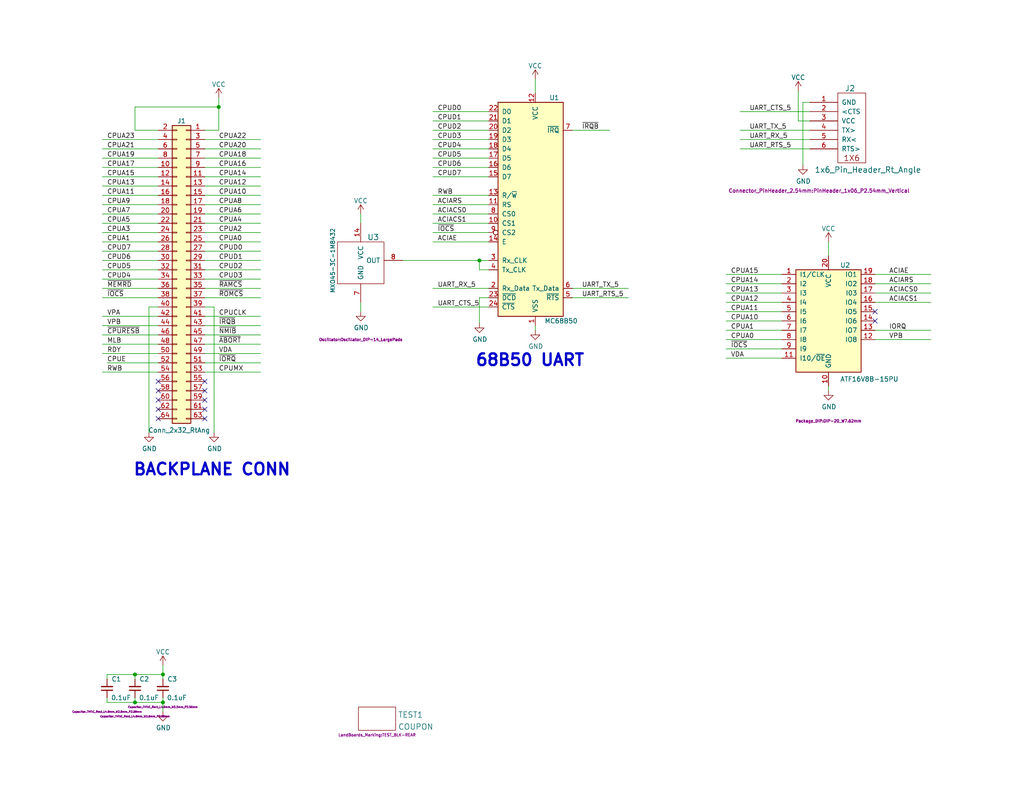
<source format=kicad_sch>
(kicad_sch (version 20231120) (generator "eeschema") (generator_version "8.0")
  (paper "A")
  (title_block (title "LB-68B50-02") (date "2024-08-24") (rev "1") (company "Land Boards LLC"))
  (lib_symbols
    (symbol "Connector_Generic:Conn_02x32_Odd_Even" (pin_names (offset 1.016) hide)
      (property "Reference" "J" (at 1.27 40.64 0))
      (property "Value" "Conn_02x32_Odd_Even" (at 1.27 -43.18 0))
      (symbol "Conn_02x32_Odd_Even_1_1"
        (rectangle (start -1.27 -40.513) (end 0 -40.767) (stroke (width 0.1524)))
        (rectangle (start -1.27 -37.973) (end 0 -38.227) (stroke (width 0.1524)))
        (rectangle (start -1.27 -35.433) (end 0 -35.687) (stroke (width 0.1524)))
        (rectangle (start -1.27 -32.893) (end 0 -33.147) (stroke (width 0.1524)))
        (rectangle (start -1.27 -30.353) (end 0 -30.607) (stroke (width 0.1524)))
        (rectangle (start -1.27 -27.813) (end 0 -28.067) (stroke (width 0.1524)))
        (rectangle (start -1.27 -25.273) (end 0 -25.527) (stroke (width 0.1524)))
        (rectangle (start -1.27 -22.733) (end 0 -22.987) (stroke (width 0.1524)))
        (rectangle (start -1.27 -20.193) (end 0 -20.447) (stroke (width 0.1524)))
        (rectangle (start -1.27 -17.653) (end 0 -17.907) (stroke (width 0.1524)))
        (rectangle (start -1.27 -15.113) (end 0 -15.367) (stroke (width 0.1524)))
        (rectangle (start -1.27 -12.573) (end 0 -12.827) (stroke (width 0.1524)))
        (rectangle (start -1.27 -10.033) (end 0 -10.287) (stroke (width 0.1524)))
        (rectangle (start -1.27 -7.493) (end 0 -7.747) (stroke (width 0.1524)))
        (rectangle (start -1.27 -4.953) (end 0 -5.207) (stroke (width 0.1524)))
        (rectangle (start -1.27 -2.413) (end 0 -2.667) (stroke (width 0.1524)))
        (rectangle (start -1.27 0.127) (end 0 -0.127) (stroke (width 0.1524)))
        (rectangle (start -1.27 2.667) (end 0 2.413) (stroke (width 0.1524)))
        (rectangle (start -1.27 5.207) (end 0 4.953) (stroke (width 0.1524)))
        (rectangle (start -1.27 7.747) (end 0 7.493) (stroke (width 0.1524)))
        (rectangle (start -1.27 10.287) (end 0 10.033) (stroke (width 0.1524)))
        (rectangle (start -1.27 12.827) (end 0 12.573) (stroke (width 0.1524)))
        (rectangle (start -1.27 15.367) (end 0 15.113) (stroke (width 0.1524)))
        (rectangle (start -1.27 17.907) (end 0 17.653) (stroke (width 0.1524)))
        (rectangle (start -1.27 20.447) (end 0 20.193) (stroke (width 0.1524)))
        (rectangle (start -1.27 22.987) (end 0 22.733) (stroke (width 0.1524)))
        (rectangle (start -1.27 25.527) (end 0 25.273) (stroke (width 0.1524)))
        (rectangle (start -1.27 28.067) (end 0 27.813) (stroke (width 0.1524)))
        (rectangle (start -1.27 30.607) (end 0 30.353) (stroke (width 0.1524)))
        (rectangle (start -1.27 33.147) (end 0 32.893) (stroke (width 0.1524)))
        (rectangle (start -1.27 35.687) (end 0 35.433) (stroke (width 0.1524)))
        (rectangle (start -1.27 38.227) (end 0 37.973) (stroke (width 0.1524)))
        (rectangle (start -1.27 39.37) (end 3.81 -41.91) (stroke (width 0.254)) (fill (type background)))
        (rectangle (start 3.81 -40.513) (end 2.54 -40.767) (stroke (width 0.1524)))
        (rectangle (start 3.81 -37.973) (end 2.54 -38.227) (stroke (width 0.1524)))
        (rectangle (start 3.81 -35.433) (end 2.54 -35.687) (stroke (width 0.1524)))
        (rectangle (start 3.81 -32.893) (end 2.54 -33.147) (stroke (width 0.1524)))
        (rectangle (start 3.81 -30.353) (end 2.54 -30.607) (stroke (width 0.1524)))
        (rectangle (start 3.81 -27.813) (end 2.54 -28.067) (stroke (width 0.1524)))
        (rectangle (start 3.81 -25.273) (end 2.54 -25.527) (stroke (width 0.1524)))
        (rectangle (start 3.81 -22.733) (end 2.54 -22.987) (stroke (width 0.1524)))
        (rectangle (start 3.81 -20.193) (end 2.54 -20.447) (stroke (width 0.1524)))
        (rectangle (start 3.81 -17.653) (end 2.54 -17.907) (stroke (width 0.1524)))
        (rectangle (start 3.81 -15.113) (end 2.54 -15.367) (stroke (width 0.1524)))
        (rectangle (start 3.81 -12.573) (end 2.54 -12.827) (stroke (width 0.1524)))
        (rectangle (start 3.81 -10.033) (end 2.54 -10.287) (stroke (width 0.1524)))
        (rectangle (start 3.81 -7.493) (end 2.54 -7.747) (stroke (width 0.1524)))
        (rectangle (start 3.81 -4.953) (end 2.54 -5.207) (stroke (width 0.1524)))
        (rectangle (start 3.81 -2.413) (end 2.54 -2.667) (stroke (width 0.1524)))
        (rectangle (start 3.81 0.127) (end 2.54 -0.127) (stroke (width 0.1524)))
        (rectangle (start 3.81 2.667) (end 2.54 2.413) (stroke (width 0.1524)))
        (rectangle (start 3.81 5.207) (end 2.54 4.953) (stroke (width 0.1524)))
        (rectangle (start 3.81 7.747) (end 2.54 7.493) (stroke (width 0.1524)))
        (rectangle (start 3.81 10.287) (end 2.54 10.033) (stroke (width 0.1524)))
        (rectangle (start 3.81 12.827) (end 2.54 12.573) (stroke (width 0.1524)))
        (rectangle (start 3.81 15.367) (end 2.54 15.113) (stroke (width 0.1524)))
        (rectangle (start 3.81 17.907) (end 2.54 17.653) (stroke (width 0.1524)))
        (rectangle (start 3.81 20.447) (end 2.54 20.193) (stroke (width 0.1524)))
        (rectangle (start 3.81 22.987) (end 2.54 22.733) (stroke (width 0.1524)))
        (rectangle (start 3.81 25.527) (end 2.54 25.273) (stroke (width 0.1524)))
        (rectangle (start 3.81 28.067) (end 2.54 27.813) (stroke (width 0.1524)))
        (rectangle (start 3.81 30.607) (end 2.54 30.353) (stroke (width 0.1524)))
        (rectangle (start 3.81 33.147) (end 2.54 32.893) (stroke (width 0.1524)))
        (rectangle (start 3.81 35.687) (end 2.54 35.433) (stroke (width 0.1524)))
        (rectangle (start 3.81 38.227) (end 2.54 37.973) (stroke (width 0.1524)))
        (pin passive line (at -5.08 38.1 0) (length 3.81) (name "Pin_1") (number "1"))
        (pin passive line (at 7.62 27.94 180) (length 3.81) (name "Pin_10") (number "10"))
        (pin passive line (at -5.08 25.4 0) (length 3.81) (name "Pin_11") (number "11"))
        (pin passive line (at 7.62 25.4 180) (length 3.81) (name "Pin_12") (number "12"))
        (pin passive line (at -5.08 22.86 0) (length 3.81) (name "Pin_13") (number "13"))
        (pin passive line (at 7.62 22.86 180) (length 3.81) (name "Pin_14") (number "14"))
        (pin passive line (at -5.08 20.32 0) (length 3.81) (name "Pin_15") (number "15"))
        (pin passive line (at 7.62 20.32 180) (length 3.81) (name "Pin_16") (number "16"))
        (pin passive line (at -5.08 17.78 0) (length 3.81) (name "Pin_17") (number "17"))
        (pin passive line (at 7.62 17.78 180) (length 3.81) (name "Pin_18") (number "18"))
        (pin passive line (at -5.08 15.24 0) (length 3.81) (name "Pin_19") (number "19"))
        (pin passive line (at 7.62 38.1 180) (length 3.81) (name "Pin_2") (number "2"))
        (pin passive line (at 7.62 15.24 180) (length 3.81) (name "Pin_20") (number "20"))
        (pin passive line (at -5.08 12.7 0) (length 3.81) (name "Pin_21") (number "21"))
        (pin passive line (at 7.62 12.7 180) (length 3.81) (name "Pin_22") (number "22"))
        (pin passive line (at -5.08 10.16 0) (length 3.81) (name "Pin_23") (number "23"))
        (pin passive line (at 7.62 10.16 180) (length 3.81) (name "Pin_24") (number "24"))
        (pin passive line (at -5.08 7.62 0) (length 3.81) (name "Pin_25") (number "25"))
        (pin passive line (at 7.62 7.62 180) (length 3.81) (name "Pin_26") (number "26"))
        (pin passive line (at -5.08 5.08 0) (length 3.81) (name "Pin_27") (number "27"))
        (pin passive line (at 7.62 5.08 180) (length 3.81) (name "Pin_28") (number "28"))
        (pin passive line (at -5.08 2.54 0) (length 3.81) (name "Pin_29") (number "29"))
        (pin passive line (at -5.08 35.56 0) (length 3.81) (name "Pin_3") (number "3"))
        (pin passive line (at 7.62 2.54 180) (length 3.81) (name "Pin_30") (number "30"))
        (pin passive line (at -5.08 0 0) (length 3.81) (name "Pin_31") (number "31"))
        (pin passive line (at 7.62 0 180) (length 3.81) (name "Pin_32") (number "32"))
        (pin passive line (at -5.08 -2.54 0) (length 3.81) (name "Pin_33") (number "33"))
        (pin passive line (at 7.62 -2.54 180) (length 3.81) (name "Pin_34") (number "34"))
        (pin passive line (at -5.08 -5.08 0) (length 3.81) (name "Pin_35") (number "35"))
        (pin passive line (at 7.62 -5.08 180) (length 3.81) (name "Pin_36") (number "36"))
        (pin passive line (at -5.08 -7.62 0) (length 3.81) (name "Pin_37") (number "37"))
        (pin passive line (at 7.62 -7.62 180) (length 3.81) (name "Pin_38") (number "38"))
        (pin passive line (at -5.08 -10.16 0) (length 3.81) (name "Pin_39") (number "39"))
        (pin passive line (at 7.62 35.56 180) (length 3.81) (name "Pin_4") (number "4"))
        (pin passive line (at 7.62 -10.16 180) (length 3.81) (name "Pin_40") (number "40"))
        (pin passive line (at -5.08 -12.7 0) (length 3.81) (name "Pin_41") (number "41"))
        (pin passive line (at 7.62 -12.7 180) (length 3.81) (name "Pin_42") (number "42"))
        (pin passive line (at -5.08 -15.24 0) (length 3.81) (name "Pin_43") (number "43"))
        (pin passive line (at 7.62 -15.24 180) (length 3.81) (name "Pin_44") (number "44"))
        (pin passive line (at -5.08 -17.78 0) (length 3.81) (name "Pin_45") (number "45"))
        (pin passive line (at 7.62 -17.78 180) (length 3.81) (name "Pin_46") (number "46"))
        (pin passive line (at -5.08 -20.32 0) (length 3.81) (name "Pin_47") (number "47"))
        (pin passive line (at 7.62 -20.32 180) (length 3.81) (name "Pin_48") (number "48"))
        (pin passive line (at -5.08 -22.86 0) (length 3.81) (name "Pin_49") (number "49"))
        (pin passive line (at -5.08 33.02 0) (length 3.81) (name "Pin_5") (number "5"))
        (pin passive line (at 7.62 -22.86 180) (length 3.81) (name "Pin_50") (number "50"))
        (pin passive line (at -5.08 -25.4 0) (length 3.81) (name "Pin_51") (number "51"))
        (pin passive line (at 7.62 -25.4 180) (length 3.81) (name "Pin_52") (number "52"))
        (pin passive line (at -5.08 -27.94 0) (length 3.81) (name "Pin_53") (number "53"))
        (pin passive line (at 7.62 -27.94 180) (length 3.81) (name "Pin_54") (number "54"))
        (pin passive line (at -5.08 -30.48 0) (length 3.81) (name "Pin_55") (number "55"))
        (pin passive line (at 7.62 -30.48 180) (length 3.81) (name "Pin_56") (number "56"))
        (pin passive line (at -5.08 -33.02 0) (length 3.81) (name "Pin_57") (number "57"))
        (pin passive line (at 7.62 -33.02 180) (length 3.81) (name "Pin_58") (number "58"))
        (pin passive line (at -5.08 -35.56 0) (length 3.81) (name "Pin_59") (number "59"))
        (pin passive line (at 7.62 33.02 180) (length 3.81) (name "Pin_6") (number "6"))
        (pin passive line (at 7.62 -35.56 180) (length 3.81) (name "Pin_60") (number "60"))
        (pin passive line (at -5.08 -38.1 0) (length 3.81) (name "Pin_61") (number "61"))
        (pin passive line (at 7.62 -38.1 180) (length 3.81) (name "Pin_62") (number "62"))
        (pin passive line (at -5.08 -40.64 0) (length 3.81) (name "Pin_63") (number "63"))
        (pin passive line (at 7.62 -40.64 180) (length 3.81) (name "Pin_64") (number "64"))
        (pin passive line (at -5.08 30.48 0) (length 3.81) (name "Pin_7") (number "7"))
        (pin passive line (at 7.62 30.48 180) (length 3.81) (name "Pin_8") (number "8"))
        (pin passive line (at -5.08 27.94 0) (length 3.81) (name "Pin_9") (number "9"))
      )
    )
    (symbol "Device:C_Small" (pin_numbers hide) (pin_names (offset 0.254) hide)
      (property "Reference" "C" (at 0.254 1.778 0))
      (property "Value" "C_Small" (at 0.254 -2.032 0))
      (symbol "C_Small_0_1"
        (polyline (pts (xy -1.524 -0.508) (xy 1.524 -0.508)) (stroke (width 0.3302)))
        (polyline (pts (xy -1.524 0.508) (xy 1.524 0.508)) (stroke (width 0.3048)))
      )
      (symbol "C_Small_1_1"
        (pin passive line (at 0 2.54 270) (length 2.032) (name "~") (number "1"))
        (pin passive line (at 0 -2.54 90) (length 2.032) (name "~") (number "2"))
      )
    )
    (symbol "LandBoards:COUPON" (pin_names (offset 1.016))
      (property "Reference" "COUP?" (at 0 0 0))
      (property "Value" "COUPON" (at 0 0 0))
      (symbol "COUPON_0_1"
        (rectangle (start -5.08 0) (end 5.08 6.35))
      )
    )
    (symbol "LandBoards_Cards:FTDI-MASTER-HDR" (pin_names (offset 1.016))
      (property "Reference" "BRD" (at 0 10.16 0))
      (property "Value" "FTDI-MASTER-HDR" (at 0 -11.43 0))
      (property "Footprint" "Connector_PinHeader_2.54mm:PinHeader_1x06_P2.54mm_Vertical" (at 0 -13.97 0))
      (symbol "FTDI-MASTER-HDR_0_0"
        (rectangle (start 3.81 -10.16) (end -3.81 8.89))
        (text "1X6" (at 0 -8.89 0) (effects (font (size 1.524 1.524))))
      )
      (symbol "FTDI-MASTER-HDR_1_1"
        (pin power_out line (at -11.43 6.35 0) (length 7.62) (name "GND") (number "1"))
        (pin input line (at -11.43 3.81 0) (length 7.62) (name "<CTS") (number "2"))
        (pin power_out line (at -11.43 1.27 0) (length 7.62) (name "VCC") (number "3"))
        (pin output line (at -11.43 -1.27 0) (length 7.62) (name "TX>") (number "4"))
        (pin input line (at -11.43 -3.81 0) (length 7.62) (name "RX<") (number "5"))
        (pin output line (at -11.43 -6.35 0) (length 7.62) (name "RTS>") (number "6"))
      )
    )
    (symbol "LandBoards_Semis:MC68B50_FIXED" (pin_names (offset 1.016))
      (property "Reference" "U" (at 5.08 31.75 0))
      (property "Value" "MC68B50_FIXED" (at 16.51 -30.48 0))
      (symbol "MC68B50_FIXED_1_1"
        (rectangle (start -10.16 -27.94) (end 7.62 30.48) (stroke (width 0.254)) (fill (type background)))
        (pin power_in line (at 0 -30.48 90) (length 2.54) (name "VSS") (number "1"))
        (pin input line (at -12.7 -2.54 0) (length 2.54) (name "CS1") (number "10"))
        (pin input line (at -12.7 2.54 0) (length 2.54) (name "RS") (number "11"))
        (pin power_in line (at 0 33.02 270) (length 2.54) (name "VCC") (number "12"))
        (pin input line (at -12.7 5.08 0) (length 2.54) (name "R/~{W}") (number "13"))
        (pin input line (at -12.7 -7.62 0) (length 2.54) (name "E") (number "14"))
        (pin bidirectional line (at -12.7 10.16 0) (length 2.54) (name "D7") (number "15"))
        (pin bidirectional line (at -12.7 12.7 0) (length 2.54) (name "D6") (number "16"))
        (pin bidirectional line (at -12.7 15.24 0) (length 2.54) (name "D5") (number "17"))
        (pin bidirectional line (at -12.7 17.78 0) (length 2.54) (name "D4") (number "18"))
        (pin bidirectional line (at -12.7 20.32 0) (length 2.54) (name "D3") (number "19"))
        (pin input line (at -12.7 -20.32 0) (length 2.54) (name "Rx_Data") (number "2"))
        (pin bidirectional line (at -12.7 22.86 0) (length 2.54) (name "D2") (number "20"))
        (pin bidirectional line (at -12.7 25.4 0) (length 2.54) (name "D1") (number "21"))
        (pin bidirectional line (at -12.7 27.94 0) (length 2.54) (name "D0") (number "22"))
        (pin input line (at -12.7 -22.86 0) (length 2.54) (name "~{DCD}") (number "23"))
        (pin input line (at -12.7 -25.4 0) (length 2.54) (name "~{CTS}") (number "24"))
        (pin input line (at -12.7 -12.7 0) (length 2.54) (name "Rx_CLK") (number "3"))
        (pin input line (at -12.7 -15.24 0) (length 2.54) (name "Tx_CLK") (number "4"))
        (pin output line (at 10.16 -22.86 180) (length 2.54) (name "~{RTS}") (number "5"))
        (pin output line (at 10.16 -20.32 180) (length 2.54) (name "Tx_Data") (number "6"))
        (pin output line (at 10.16 22.86 180) (length 2.54) (name "~{IRQ}") (number "7"))
        (pin input line (at -12.7 0 0) (length 2.54) (name "CS0") (number "8"))
        (pin input inverted (at -12.7 -5.08 0) (length 2.54) (name "CS2") (number "9"))
      )
    )
    (symbol "LandBoards_Semis:OSC" (pin_names (offset 1.016))
      (property "Reference" "U" (at 3.81 6.35 0))
      (property "Value" "OSC" (at 5.08 -7.62 0))
      (symbol "OSC_0_1"
        (rectangle (start 6.35 -6.35) (end -6.35 5.08))
      )
      (symbol "OSC_1_1"
        (pin power_in line (at 0 10.16 270) (length 5.08) (name "VCC") (number "14"))
        (pin power_in line (at 0 -11.43 90) (length 5.08) (name "GND") (number "7"))
        (pin output line (at 11.43 0 180) (length 5.08) (name "OUT") (number "8"))
      )
    )
    (symbol "Logic_Programmable:GAL16V8" (pin_names (offset 1.016))
      (property "Reference" "U" (at -8.89 16.51 0))
      (property "Value" "GAL16V8" (at 1.27 16.51 0))
      (symbol "GAL16V8_0_0"
        (pin power_in line (at 0 -17.78 90) (length 3.81) (name "GND") (number "10"))
        (pin power_in line (at 0 17.78 270) (length 3.81) (name "VCC") (number "20"))
      )
      (symbol "GAL16V8_0_1"
        (rectangle (start -8.89 13.97) (end 8.89 -13.97) (stroke (width 0.254)) (fill (type background)))
      )
      (symbol "GAL16V8_1_1"
        (pin input line (at -12.7 12.7 0) (length 3.81) (name "I1/CLK") (number "1"))
        (pin input line (at -12.7 -10.16 0) (length 3.81) (name "I10/~{OE}") (number "11"))
        (pin tri_state line (at 12.7 -5.08 180) (length 3.81) (name "IO8") (number "12"))
        (pin tri_state line (at 12.7 -2.54 180) (length 3.81) (name "IO7") (number "13"))
        (pin tri_state line (at 12.7 0 180) (length 3.81) (name "IO6") (number "14"))
        (pin tri_state line (at 12.7 2.54 180) (length 3.81) (name "IO5") (number "15"))
        (pin tri_state line (at 12.7 5.08 180) (length 3.81) (name "IO4") (number "16"))
        (pin tri_state line (at 12.7 7.62 180) (length 3.81) (name "I03") (number "17"))
        (pin tri_state line (at 12.7 10.16 180) (length 3.81) (name "IO2") (number "18"))
        (pin tri_state line (at 12.7 12.7 180) (length 3.81) (name "IO1") (number "19"))
        (pin input line (at -12.7 10.16 0) (length 3.81) (name "I2") (number "2"))
        (pin input line (at -12.7 7.62 0) (length 3.81) (name "I3") (number "3"))
        (pin input line (at -12.7 5.08 0) (length 3.81) (name "I4") (number "4"))
        (pin input line (at -12.7 2.54 0) (length 3.81) (name "I5") (number "5"))
        (pin input line (at -12.7 0 0) (length 3.81) (name "I6") (number "6"))
        (pin input line (at -12.7 -2.54 0) (length 3.81) (name "I7") (number "7"))
        (pin input line (at -12.7 -5.08 0) (length 3.81) (name "I8") (number "8"))
        (pin input line (at -12.7 -7.62 0) (length 3.81) (name "I9") (number "9"))
      )
    )
    (symbol "power:GND" (power) (pin_names (offset 0))
      (property "Value" "GND" (at 0 -3.81 0))
      (symbol "GND_0_1"
        (polyline (pts (xy 0 0) (xy 0 -1.27) (xy 1.27 -1.27) (xy 0 -2.54) (xy -1.27 -1.27) (xy 0 -1.27)))
      )
      (symbol "GND_1_1"
        (pin power_in line (at 0 0 270) (length 0) hide (name "GND") (number "1"))
      )
    )
    (symbol "power:VCC" (power) (pin_names (offset 0))
      (property "Value" "VCC" (at 0 3.81 0))
      (symbol "VCC_0_1"
        (polyline (pts (xy -0.762 1.27) (xy 0 2.54)))
        (polyline (pts (xy 0 0) (xy 0 2.54)))
        (polyline (pts (xy 0 2.54) (xy 0.762 1.27)))
      )
      (symbol "VCC_1_1"
        (pin power_in line (at 0 0 90) (length 0) hide (name "VCC") (number "1"))
      )
    )
  )
  (junction (at 44.45 191.77))
  (junction (at 44.45 184.15))
  (junction (at 130.81 71.12))
  (junction (at 36.83 184.15))
  (junction (at 36.83 191.77))
  (junction (at 59.69 29.21))
  (no_connect (at 238.76 85.09))
  (no_connect (at 55.88 104.14))
  (no_connect (at 43.18 104.14))
  (no_connect (at 238.76 87.63))
  (no_connect (at 55.88 109.22))
  (no_connect (at 55.88 106.68))
  (no_connect (at 43.18 114.3))
  (no_connect (at 55.88 114.3))
  (no_connect (at 43.18 106.68))
  (no_connect (at 43.18 109.22))
  (no_connect (at 43.18 111.76))
  (no_connect (at 55.88 111.76))
  (wire (pts (xy 40.64 83.82) (xy 40.64 118.11)))
  (wire (pts (xy 238.76 92.71) (xy 254 92.71)))
  (wire (pts (xy 27.94 91.44) (xy 43.18 91.44)))
  (wire (pts (xy 55.88 43.18) (xy 71.12 43.18)))
  (wire (pts (xy 27.94 68.58) (xy 43.18 68.58)))
  (wire (pts (xy 238.76 82.55) (xy 254 82.55)))
  (wire (pts (xy 44.45 185.42) (xy 44.45 184.15)))
  (wire (pts (xy 55.88 45.72) (xy 71.12 45.72)))
  (wire (pts (xy 118.11 45.72) (xy 133.35 45.72)))
  (wire (pts (xy 130.81 71.12) (xy 133.35 71.12)))
  (wire (pts (xy 59.69 35.56) (xy 59.69 29.21)))
  (wire (pts (xy 55.88 60.96) (xy 71.12 60.96)))
  (wire (pts (xy 238.76 77.47) (xy 254 77.47)))
  (wire (pts (xy 219.075 27.94) (xy 219.075 45.085)))
  (wire (pts (xy 59.69 29.21) (xy 36.83 29.21)))
  (wire (pts (xy 156.21 81.28) (xy 171.45 81.28)))
  (wire (pts (xy 44.45 190.5) (xy 44.45 191.77)))
  (wire (pts (xy 198.12 77.47) (xy 213.36 77.47)))
  (wire (pts (xy 118.11 60.96) (xy 133.35 60.96)))
  (wire (pts (xy 55.88 66.04) (xy 71.12 66.04)))
  (wire (pts (xy 55.88 48.26) (xy 71.12 48.26)))
  (wire (pts (xy 130.81 71.12) (xy 130.81 73.66)))
  (wire (pts (xy 40.64 83.82) (xy 43.18 83.82)))
  (wire (pts (xy 27.94 55.88) (xy 43.18 55.88)))
  (wire (pts (xy 55.88 35.56) (xy 59.69 35.56)))
  (wire (pts (xy 198.12 92.71) (xy 213.36 92.71)))
  (wire (pts (xy 118.11 63.5) (xy 133.35 63.5)))
  (wire (pts (xy 27.94 71.12) (xy 43.18 71.12)))
  (wire (pts (xy 27.94 53.34) (xy 43.18 53.34)))
  (wire (pts (xy 36.83 190.5) (xy 36.83 191.77)))
  (wire (pts (xy 198.12 90.17) (xy 213.36 90.17)))
  (wire (pts (xy 55.88 93.98) (xy 71.12 93.98)))
  (wire (pts (xy 27.94 66.04) (xy 43.18 66.04)))
  (wire (pts (xy 146.05 21.59) (xy 146.05 25.4)))
  (wire (pts (xy 27.94 45.72) (xy 43.18 45.72)))
  (wire (pts (xy 226.06 66.04) (xy 226.06 69.85)))
  (wire (pts (xy 118.11 58.42) (xy 133.35 58.42)))
  (wire (pts (xy 55.88 96.52) (xy 71.12 96.52)))
  (wire (pts (xy 55.88 53.34) (xy 71.12 53.34)))
  (wire (pts (xy 59.69 29.21) (xy 59.69 26.67)))
  (wire (pts (xy 36.83 35.56) (xy 43.18 35.56)))
  (wire (pts (xy 55.88 71.12) (xy 71.12 71.12)))
  (wire (pts (xy 220.98 27.94) (xy 219.075 27.94)))
  (wire (pts (xy 198.12 97.79) (xy 213.36 97.79)))
  (wire (pts (xy 55.88 68.58) (xy 71.12 68.58)))
  (wire (pts (xy 118.11 66.04) (xy 133.35 66.04)))
  (wire (pts (xy 27.94 58.42) (xy 43.18 58.42)))
  (wire (pts (xy 98.425 58.42) (xy 98.425 60.96)))
  (wire (pts (xy 217.805 24.765) (xy 217.805 33.02)))
  (wire (pts (xy 238.76 90.17) (xy 254 90.17)))
  (wire (pts (xy 29.21 184.15) (xy 36.83 184.15)))
  (wire (pts (xy 201.93 30.48) (xy 220.98 30.48)))
  (wire (pts (xy 198.12 80.01) (xy 213.36 80.01)))
  (wire (pts (xy 55.88 78.74) (xy 71.12 78.74)))
  (wire (pts (xy 201.93 35.56) (xy 220.98 35.56)))
  (wire (pts (xy 198.12 82.55) (xy 213.36 82.55)))
  (wire (pts (xy 55.88 38.1) (xy 71.12 38.1)))
  (wire (pts (xy 55.88 58.42) (xy 71.12 58.42)))
  (wire (pts (xy 58.42 83.82) (xy 58.42 118.11)))
  (wire (pts (xy 156.21 35.56) (xy 166.37 35.56)))
  (wire (pts (xy 27.94 40.64) (xy 43.18 40.64)))
  (wire (pts (xy 27.94 63.5) (xy 43.18 63.5)))
  (wire (pts (xy 118.11 43.18) (xy 133.35 43.18)))
  (wire (pts (xy 220.98 33.02) (xy 217.805 33.02)))
  (wire (pts (xy 118.11 35.56) (xy 133.35 35.56)))
  (wire (pts (xy 27.94 73.66) (xy 43.18 73.66)))
  (wire (pts (xy 118.11 33.02) (xy 133.35 33.02)))
  (wire (pts (xy 55.88 83.82) (xy 58.42 83.82)))
  (wire (pts (xy 130.81 73.66) (xy 133.35 73.66)))
  (wire (pts (xy 118.11 55.88) (xy 133.35 55.88)))
  (wire (pts (xy 146.05 88.9) (xy 146.05 90.17)))
  (wire (pts (xy 29.21 99.06) (xy 43.18 99.06)))
  (wire (pts (xy 27.94 76.2) (xy 43.18 76.2)))
  (wire (pts (xy 118.11 53.34) (xy 133.35 53.34)))
  (wire (pts (xy 55.88 50.8) (xy 71.12 50.8)))
  (wire (pts (xy 238.76 74.93) (xy 254 74.93)))
  (wire (pts (xy 44.45 191.77) (xy 44.45 194.31)))
  (wire (pts (xy 198.12 95.25) (xy 213.36 95.25)))
  (wire (pts (xy 27.94 88.9) (xy 43.18 88.9)))
  (wire (pts (xy 29.21 191.77) (xy 29.21 190.5)))
  (wire (pts (xy 55.88 55.88) (xy 71.12 55.88)))
  (wire (pts (xy 36.83 185.42) (xy 36.83 184.15)))
  (wire (pts (xy 27.94 38.1) (xy 43.18 38.1)))
  (wire (pts (xy 27.94 86.36) (xy 43.18 86.36)))
  (wire (pts (xy 27.94 43.18) (xy 43.18 43.18)))
  (wire (pts (xy 36.83 29.21) (xy 36.83 35.56)))
  (wire (pts (xy 201.93 40.64) (xy 220.98 40.64)))
  (wire (pts (xy 55.88 91.44) (xy 71.12 91.44)))
  (wire (pts (xy 55.88 73.66) (xy 71.12 73.66)))
  (wire (pts (xy 226.06 105.41) (xy 226.06 106.68)))
  (wire (pts (xy 36.83 184.15) (xy 44.45 184.15)))
  (wire (pts (xy 118.11 40.64) (xy 133.35 40.64)))
  (wire (pts (xy 156.21 78.74) (xy 171.45 78.74)))
  (wire (pts (xy 238.76 80.01) (xy 254 80.01)))
  (wire (pts (xy 36.83 191.77) (xy 29.21 191.77)))
  (wire (pts (xy 109.855 71.12) (xy 130.81 71.12)))
  (wire (pts (xy 55.88 101.6) (xy 71.12 101.6)))
  (wire (pts (xy 55.88 88.9) (xy 71.12 88.9)))
  (wire (pts (xy 55.88 99.06) (xy 71.12 99.06)))
  (wire (pts (xy 27.94 96.52) (xy 43.18 96.52)))
  (wire (pts (xy 98.425 85.09) (xy 98.425 82.55)))
  (wire (pts (xy 55.88 86.36) (xy 71.12 86.36)))
  (wire (pts (xy 118.11 78.74) (xy 133.35 78.74)))
  (wire (pts (xy 44.45 181.61) (xy 44.45 184.15)))
  (wire (pts (xy 27.94 50.8) (xy 43.18 50.8)))
  (wire (pts (xy 55.88 81.28) (xy 71.12 81.28)))
  (wire (pts (xy 130.81 81.28) (xy 130.81 88.265)))
  (wire (pts (xy 201.93 38.1) (xy 220.98 38.1)))
  (wire (pts (xy 55.88 63.5) (xy 71.12 63.5)))
  (wire (pts (xy 198.12 87.63) (xy 213.36 87.63)))
  (wire (pts (xy 118.11 83.82) (xy 133.35 83.82)))
  (wire (pts (xy 118.11 48.26) (xy 133.35 48.26)))
  (wire (pts (xy 27.94 81.28) (xy 43.18 81.28)))
  (wire (pts (xy 27.94 101.6) (xy 43.18 101.6)))
  (wire (pts (xy 55.88 40.64) (xy 71.12 40.64)))
  (wire (pts (xy 198.12 85.09) (xy 213.36 85.09)))
  (wire (pts (xy 44.45 191.77) (xy 36.83 191.77)))
  (wire (pts (xy 27.94 93.98) (xy 43.18 93.98)))
  (wire (pts (xy 27.94 60.96) (xy 43.18 60.96)))
  (wire (pts (xy 27.94 78.74) (xy 43.18 78.74)))
  (wire (pts (xy 29.21 185.42) (xy 29.21 184.15)))
  (wire (pts (xy 133.35 81.28) (xy 130.81 81.28)))
  (wire (pts (xy 27.94 48.26) (xy 43.18 48.26)))
  (wire (pts (xy 118.11 38.1) (xy 133.35 38.1)))
  (wire (pts (xy 198.12 74.93) (xy 213.36 74.93)))
  (wire (pts (xy 55.88 76.2) (xy 71.12 76.2)))
  (wire (pts (xy 118.11 30.48) (xy 133.35 30.48)))
  (text "68B50 UART" (at 129.54 100.33 0) (effects (font (size 3.175 3.175) (thickness 0.635) (bold yes)) (justify left bottom)))
  (text "BACKPLANE CONN" (at 36.195 130.175 0) (effects (font (size 3.175 3.175) (thickness 0.635) (bold yes)) (justify left bottom)))
  (label "~{MEMRD}" (at 29.21 78.74 0))
  (label "CPUD6" (at 119.38 45.72 0))
  (label "CPUD3" (at 59.69 76.2 0))
  (label "CPUA22" (at 59.69 38.1 0))
  (label "ACIACS0" (at 119.38 58.42 0))
  (label "CPUD0" (at 59.69 68.58 0))
  (label "UART_TX_5" (at 158.75 78.74 0))
  (label "MLB" (at 29.21 93.98 0))
  (label "UART_TX_5" (at 204.47 35.56 0))
  (label "~{NMIB}" (at 59.69 91.44 0))
  (label "~{ABORT}" (at 59.69 93.98 0))
  (label "IORQ" (at 242.57 90.17 0))
  (label "~{IOCS}" (at 199.39 95.25 0))
  (label "~{IORQ}" (at 59.69 99.06 0))
  (label "CPUA21" (at 29.21 40.64 0))
  (label "CPUA18" (at 59.69 43.18 0))
  (label "CPUA15" (at 199.39 74.93 0))
  (label "UART_RX_5" (at 119.38 78.74 0))
  (label "~{ROMCS}" (at 59.69 81.28 0))
  (label "CPUA0" (at 59.69 66.04 0))
  (label "~{CPURESB}" (at 29.21 91.44 0))
  (label "CPUA1" (at 29.21 66.04 0))
  (label "CPUA5" (at 29.21 60.96 0))
  (label "CPUD7" (at 119.38 48.26 0))
  (label "CPUD3" (at 119.38 38.1 0))
  (label "VPB" (at 242.57 92.71 0))
  (label "CPUD4" (at 119.38 40.64 0))
  (label "CPUD7" (at 29.21 68.58 0))
  (label "CPUA4" (at 59.69 60.96 0))
  (label "CPUA0" (at 199.39 92.71 0))
  (label "CPUA10" (at 59.69 53.34 0))
  (label "CPUA6" (at 59.69 58.42 0))
  (label "CPUA11" (at 29.21 53.34 0))
  (label "ACIAE" (at 119.38 66.04 0))
  (label "~{RAMCS}" (at 59.69 78.74 0))
  (label "CPUA12" (at 59.69 50.8 0))
  (label "ACIACS1" (at 119.38 60.96 0))
  (label "CPUD1" (at 59.69 71.12 0))
  (label "VDA" (at 59.69 96.52 0))
  (label "CPUE" (at 29.21 99.06 0))
  (label "CPUA9" (at 29.21 55.88 0))
  (label "ACIAE" (at 242.57 74.93 0))
  (label "CPUD5" (at 29.21 73.66 0))
  (label "CPUD6" (at 29.21 71.12 0))
  (label "CPUA13" (at 199.39 80.01 0))
  (label "RWB" (at 119.38 53.34 0))
  (label "UART_RX_5" (at 204.47 38.1 0))
  (label "CPUA7" (at 29.21 58.42 0))
  (label "CPUA19" (at 29.21 43.18 0))
  (label "VPB" (at 29.21 88.9 0))
  (label "CPUA11" (at 199.39 85.09 0))
  (label "CPUMX" (at 59.69 101.6 0))
  (label "UART_CTS_5" (at 119.38 83.82 0))
  (label "ACIARS" (at 242.57 77.47 0))
  (label "CPUA10" (at 199.39 87.63 0))
  (label "VPA" (at 29.21 86.36 0))
  (label "ACIACS0" (at 242.57 80.01 0))
  (label "CPUD4" (at 29.21 76.2 0))
  (label "CPUA17" (at 29.21 45.72 0))
  (label "CPUA13" (at 29.21 50.8 0))
  (label "CPUD2" (at 119.38 35.56 0))
  (label "UART_RTS_5" (at 158.75 81.28 0))
  (label "CPUCLK" (at 59.69 86.36 0))
  (label "UART_RTS_5" (at 204.47 40.64 0))
  (label "CPUA20" (at 59.69 40.64 0))
  (label "CPUA14" (at 199.39 77.47 0))
  (label "CPUA2" (at 59.69 63.5 0))
  (label "~{IRQB}" (at 158.75 35.56 0))
  (label "RDY" (at 29.21 96.52 0))
  (label "RWB" (at 29.21 101.6 0))
  (label "~{IOCS}" (at 29.21 81.28 0))
  (label "CPUD2" (at 59.69 73.66 0))
  (label "CPUA23" (at 29.21 38.1 0))
  (label "CPUA1" (at 199.39 90.17 0))
  (label "CPUD0" (at 119.38 30.48 0))
  (label "CPUD1" (at 119.38 33.02 0))
  (label "CPUD5" (at 119.38 43.18 0))
  (label "CPUA14" (at 59.69 48.26 0))
  (label "VDA" (at 199.39 97.79 0))
  (label "CPUA8" (at 59.69 55.88 0))
  (label "CPUA12" (at 199.39 82.55 0))
  (label "~{IRQB}" (at 59.69 88.9 0))
  (label "CPUA16" (at 59.69 45.72 0))
  (label "CPUA3" (at 29.21 63.5 0))
  (label "UART_CTS_5" (at 204.47 30.48 0))
  (label "ACIARS" (at 119.38 55.88 0))
  (label "CPUA15" (at 29.21 48.26 0))
  (label "~{IOCS}" (at 119.38 63.5 0))
  (label "ACIACS1" (at 242.57 82.55 0))
  (symbol (lib_id "power:GND") (at 146.05 90.17 0) (unit 1)
    (property "Reference" "#PWR0101" (effects (hide yes)))
    (property "Value" "GND" (at 146.177 94.5642 0))
  )
  (symbol (lib_id "Device:C_Small") (at 36.83 187.96 180) (unit 1)
    (property "Reference" "C2" (at 39.37 185.42 0))
    (property "Value" "0.1uF" (at 40.64 190.5 0))
    (property "Footprint" "Capacitor_THT:C_Rect_L4.0mm_W2.5mm_P2.50mm" (at 36.83 195.58 0) (effects (font (size 0.508 0.508))))
  )
  (symbol (lib_id "power:GND") (at 44.45 194.31 0) (unit 1)
    (property "Reference" "#PWR0106" (effects (hide yes)))
    (property "Value" "GND" (at 44.577 198.7042 0))
  )
  (symbol (lib_id "power:GND") (at 226.06 106.68 0) (unit 1)
    (property "Reference" "#PWR01" (effects (hide yes)))
    (property "Value" "GND" (at 226.187 111.0742 0))
  )
  (symbol (lib_id "power:GND") (at 58.42 118.11 0) (unit 1)
    (property "Reference" "#PWR0102" (effects (hide yes)))
    (property "Value" "GND" (at 58.547 122.5042 0))
  )
  (symbol (lib_id "power:VCC") (at 226.06 66.04 0) (unit 1)
    (property "Reference" "#PWR02" (effects (hide yes)))
    (property "Value" "VCC" (at 226.06 62.4355 0))
  )
  (symbol (lib_id "power:VCC") (at 146.05 21.59 0) (unit 1)
    (property "Reference" "#PWR0103" (effects (hide yes)))
    (property "Value" "VCC" (at 146.05 17.9855 0))
  )
  (symbol (lib_id "power:GND") (at 130.81 88.265 0) (unit 1)
    (property "Reference" "#PWR0108" (effects (hide yes)))
    (property "Value" "GND" (at 130.937 92.6592 0))
  )
  (symbol (lib_id "LandBoards_Cards:FTDI-MASTER-HDR") (at 232.41 34.29 0) (unit 1)
    (property "Reference" "J2" (at 230.505 24.13 0) (effects (font (size 1.524 1.524)) (justify left)))
    (property "Value" "1x6_Pin_Header_Rt_Angle" (at 222.25 46.355 0) (effects (font (size 1.524 1.524)) (justify left)))
    (property "Footprint" "Connector_PinHeader_2.54mm:PinHeader_1x06_P2.54mm_Vertical" (at 198.755 52.07 0) (effects (font (size 1 1)) (justify left)))
  )
  (symbol (lib_id "Device:C_Small") (at 44.45 187.96 180) (unit 1)
    (property "Reference" "C3" (at 46.99 185.42 0))
    (property "Value" "0.1uF" (at 48.26 190.5 0))
    (property "Footprint" "Capacitor_THT:C_Rect_L4.0mm_W2.5mm_P2.50mm" (at 44.45 193.04 0) (effects (font (size 0.508 0.508))))
  )
  (symbol (lib_id "Logic_Programmable:GAL16V8") (at 226.06 87.63 0) (unit 1)
    (property "Reference" "U2" (at 229.235 72.39 0) (effects (justify left)))
    (property "Value" "ATF16V8B-15PU" (at 229.235 103.505 0) (effects (justify left)))
    (property "Footprint" "Package_DIP:DIP-20_W7.62mm" (at 226.06 114.935 0) (effects (font (size 0.762 0.762))))
  )
  (symbol (lib_id "power:VCC") (at 98.425 58.42 0) (unit 1)
    (property "Reference" "#PWR0118" (effects (hide yes)))
    (property "Value" "VCC" (at 98.425 54.8155 0))
  )
  (symbol (lib_id "power:GND") (at 219.075 45.085 0) (unit 1)
    (property "Reference" "#PWR05" (effects (hide yes)))
    (property "Value" "GND" (at 219.202 49.4792 0))
  )
  (symbol (lib_id "power:VCC") (at 44.45 181.61 0) (unit 1)
    (property "Reference" "#PWR0107" (effects (hide yes)))
    (property "Value" "VCC" (at 44.45 178.0055 0))
  )
  (symbol (lib_id "Device:C_Small") (at 29.21 187.96 180) (unit 1)
    (property "Reference" "C1" (at 31.75 185.42 0))
    (property "Value" "0.1uF" (at 33.02 190.5 0))
    (property "Footprint" "Capacitor_THT:C_Rect_L4.0mm_W2.5mm_P2.50mm" (at 29.21 194.31 0) (effects (font (size 0.508 0.508))))
  )
  (symbol (lib_id "LandBoards:COUPON") (at 102.87 199.39 0) (unit 1)
    (property "Reference" "TEST1" (at 108.585 195.1503 0) (effects (font (size 1.524 1.524)) (justify left)))
    (property "Value" "COUPON" (at 108.585 198.4293 0) (effects (font (size 1.524 1.524)) (justify left)))
    (property "Footprint" "LandBoards_Marking:TEST_BLK-REAR" (at 102.87 200.66 0) (effects (font (size 0.762 0.762))))
  )
  (symbol (lib_id "Connector_Generic:Conn_02x32_Odd_Even") (at 50.8 73.66 0) (mirror y) (unit 1)
    (property "Reference" "J1" (at 49.53 33.02 0))
    (property "Value" "Conn_2x32_RtAng" (at 48.895 117.475 0))
    (property "Footprint" "LandBoards_Conns:PinHeader_2x32_P2.54mm_Horizontal-FLIPPED" (effects (hide yes)))
  )
  (symbol (lib_id "LandBoards_Semis:MC68B50_FIXED") (at 146.05 58.42 0) (unit 1)
    (property "Reference" "U1" (at 149.86 26.67 0) (effects (justify left)))
    (property "Value" "MC68B50" (at 148.59 87.63 0) (effects (justify left)))
    (property "Footprint" "Package_DIP:DIP-24_W15.24mm_LongPads" (effects (hide yes)))
    (property "Datasheet" "https://www.jameco.com/Jameco/Products/ProdDS/43633.pdf" (effects (hide yes)))
  )
  (symbol (lib_id "power:GND") (at 98.425 85.09 0) (unit 1)
    (property "Reference" "#PWR0119" (effects (hide yes)))
    (property "Value" "GND" (at 98.552 89.4842 0))
  )
  (symbol (lib_id "power:GND") (at 40.64 118.11 0) (unit 1)
    (property "Reference" "#PWR0105" (effects (hide yes)))
    (property "Value" "GND" (at 40.767 122.5042 0))
  )
  (symbol (lib_id "power:VCC") (at 59.69 26.67 0) (unit 1)
    (property "Reference" "#PWR0104" (effects (hide yes)))
    (property "Value" "VCC" (at 59.69 23.0655 0))
  )
  (symbol (lib_id "LandBoards_Semis:OSC") (at 98.425 71.12 0) (unit 1)
    (property "Reference" "U3" (at 103.505 64.77 0) (effects (font (size 1.524 1.524)) (justify right)))
    (property "Value" "MXO45-3C-1M8432" (at 90.805 62.23 90) (effects (font (size 1.143 1.143)) (justify right)))
    (property "Footprint" "Oscillator:Oscillator_DIP-14_LargePads" (at 109.855 92.71 0) (effects (font (size 0.762 0.762)) (justify right)))
  )
  (symbol (lib_id "power:VCC") (at 217.805 24.765 0) (unit 1)
    (property "Reference" "#PWR04" (effects (hide yes)))
    (property "Value" "VCC" (at 217.805 21.1605 0))
  )
)
</source>
